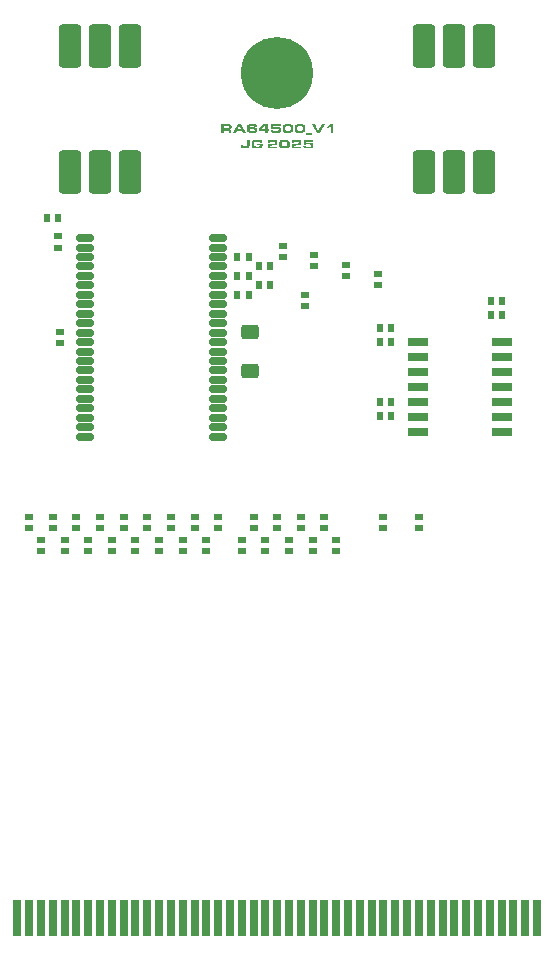
<source format=gts>
G04*
G04 #@! TF.GenerationSoftware,Altium Limited,Altium Designer,25.4.2 (15)*
G04*
G04 Layer_Color=8388736*
%FSLAX44Y44*%
%MOMM*%
G71*
G04*
G04 #@! TF.SameCoordinates,8BB3DE61-D15D-4615-A688-D497E92F8216*
G04*
G04*
G04 #@! TF.FilePolarity,Negative*
G04*
G01*
G75*
G04:AMPARAMS|DCode=19|XSize=1.2mm|YSize=1.45mm|CornerRadius=0.1875mm|HoleSize=0mm|Usage=FLASHONLY|Rotation=90.000|XOffset=0mm|YOffset=0mm|HoleType=Round|Shape=RoundedRectangle|*
%AMROUNDEDRECTD19*
21,1,1.2000,1.0750,0,0,90.0*
21,1,0.8250,1.4500,0,0,90.0*
1,1,0.3750,0.5375,0.4125*
1,1,0.3750,0.5375,-0.4125*
1,1,0.3750,-0.5375,-0.4125*
1,1,0.3750,-0.5375,0.4125*
%
%ADD19ROUNDEDRECTD19*%
G04:AMPARAMS|DCode=20|XSize=0.7mm|YSize=0.55mm|CornerRadius=0.1063mm|HoleSize=0mm|Usage=FLASHONLY|Rotation=90.000|XOffset=0mm|YOffset=0mm|HoleType=Round|Shape=RoundedRectangle|*
%AMROUNDEDRECTD20*
21,1,0.7000,0.3375,0,0,90.0*
21,1,0.4875,0.5500,0,0,90.0*
1,1,0.2125,0.1688,0.2438*
1,1,0.2125,0.1688,-0.2438*
1,1,0.2125,-0.1688,-0.2438*
1,1,0.2125,-0.1688,0.2438*
%
%ADD20ROUNDEDRECTD20*%
G04:AMPARAMS|DCode=21|XSize=0.7mm|YSize=0.55mm|CornerRadius=0.1063mm|HoleSize=0mm|Usage=FLASHONLY|Rotation=180.000|XOffset=0mm|YOffset=0mm|HoleType=Round|Shape=RoundedRectangle|*
%AMROUNDEDRECTD21*
21,1,0.7000,0.3375,0,0,180.0*
21,1,0.4875,0.5500,0,0,180.0*
1,1,0.2125,-0.2438,0.1688*
1,1,0.2125,0.2438,0.1688*
1,1,0.2125,0.2438,-0.1688*
1,1,0.2125,-0.2438,-0.1688*
%
%ADD21ROUNDEDRECTD21*%
G04:AMPARAMS|DCode=22|XSize=0.75mm|YSize=1.75mm|CornerRadius=0.1313mm|HoleSize=0mm|Usage=FLASHONLY|Rotation=90.000|XOffset=0mm|YOffset=0mm|HoleType=Round|Shape=RoundedRectangle|*
%AMROUNDEDRECTD22*
21,1,0.7500,1.4875,0,0,90.0*
21,1,0.4875,1.7500,0,0,90.0*
1,1,0.2625,0.7438,0.2438*
1,1,0.2625,0.7438,-0.2438*
1,1,0.2625,-0.7438,-0.2438*
1,1,0.2625,-0.7438,0.2438*
%
%ADD22ROUNDEDRECTD22*%
%ADD23R,0.7000X3.1500*%
G04:AMPARAMS|DCode=24|XSize=1.46mm|YSize=0.61mm|CornerRadius=0.1138mm|HoleSize=0mm|Usage=FLASHONLY|Rotation=0.000|XOffset=0mm|YOffset=0mm|HoleType=Round|Shape=RoundedRectangle|*
%AMROUNDEDRECTD24*
21,1,1.4600,0.3825,0,0,0.0*
21,1,1.2325,0.6100,0,0,0.0*
1,1,0.2275,0.6163,-0.1913*
1,1,0.2275,-0.6163,-0.1913*
1,1,0.2275,-0.6163,0.1913*
1,1,0.2275,0.6163,0.1913*
%
%ADD24ROUNDEDRECTD24*%
G04:AMPARAMS|DCode=25|XSize=1.878mm|YSize=3.656mm|CornerRadius=0.2723mm|HoleSize=0mm|Usage=FLASHONLY|Rotation=0.000|XOffset=0mm|YOffset=0mm|HoleType=Round|Shape=RoundedRectangle|*
%AMROUNDEDRECTD25*
21,1,1.8780,3.1115,0,0,0.0*
21,1,1.3335,3.6560,0,0,0.0*
1,1,0.5445,0.6668,-1.5558*
1,1,0.5445,-0.6668,-1.5558*
1,1,0.5445,-0.6668,1.5558*
1,1,0.5445,0.6668,1.5558*
%
%ADD25ROUNDEDRECTD25*%
%ADD26C,6.1000*%
G36*
X212400Y673580D02*
X212494D01*
X212533Y673574D01*
X212627D01*
X212743Y673563D01*
X212876Y673552D01*
X213020Y673541D01*
X213181Y673519D01*
X213341Y673491D01*
X213513Y673464D01*
X213679Y673419D01*
X213851Y673375D01*
X214011Y673320D01*
X214166Y673253D01*
X214305Y673181D01*
X214432Y673093D01*
X214438Y673087D01*
X214460Y673070D01*
X214493Y673037D01*
X214532Y672999D01*
X214582Y672937D01*
X214632Y672866D01*
X214692Y672783D01*
X214753Y672677D01*
X214809Y672561D01*
X214870Y672428D01*
X214919Y672273D01*
X214969Y672107D01*
X215008Y671919D01*
X215041Y671708D01*
X215063Y671481D01*
X215069Y671232D01*
Y671110D01*
X212959D01*
Y671116D01*
Y671121D01*
Y671155D01*
X212954Y671199D01*
X212948Y671260D01*
X212943Y671326D01*
X212926Y671398D01*
X212910Y671470D01*
X212882Y671537D01*
X212876Y671542D01*
X212865Y671564D01*
X212849Y671598D01*
X212821Y671636D01*
X212782Y671681D01*
X212732Y671719D01*
X212677Y671758D01*
X212605Y671791D01*
X212594Y671797D01*
X212572Y671802D01*
X212533Y671819D01*
X212483Y671830D01*
X212422Y671847D01*
X212356Y671863D01*
X212289Y671874D01*
X212217Y671886D01*
X212206D01*
X212184Y671891D01*
X212140D01*
X212084Y671897D01*
X212007D01*
X211913Y671902D01*
X211680D01*
X209188Y671908D01*
X209116D01*
X209067Y671902D01*
X209006Y671897D01*
X208934Y671886D01*
X208856Y671874D01*
X208779Y671863D01*
X208613Y671819D01*
X208535Y671786D01*
X208458Y671753D01*
X208386Y671708D01*
X208319Y671658D01*
X208264Y671603D01*
X208220Y671537D01*
Y671531D01*
X208208Y671520D01*
X208203Y671498D01*
X208186Y671465D01*
X208175Y671426D01*
X208159Y671376D01*
X208136Y671315D01*
X208120Y671243D01*
X208103Y671160D01*
X208081Y671071D01*
X208064Y670966D01*
X208053Y670856D01*
X208037Y670728D01*
X208031Y670595D01*
X208020Y670451D01*
Y670291D01*
Y669632D01*
Y669626D01*
Y669599D01*
Y669560D01*
X208026Y669510D01*
Y669449D01*
X208031Y669383D01*
X208037Y669305D01*
X208048Y669222D01*
X208070Y669045D01*
X208103Y668868D01*
X208125Y668779D01*
X208153Y668696D01*
X208186Y668618D01*
X208220Y668547D01*
Y668541D01*
X208230Y668530D01*
X208242Y668513D01*
X208258Y668491D01*
X208302Y668430D01*
X208363Y668364D01*
X208447Y668292D01*
X208546Y668225D01*
X208657Y668176D01*
X208723Y668153D01*
X208790Y668142D01*
X208806D01*
X208829Y668137D01*
X208851D01*
X208884Y668131D01*
X208917Y668126D01*
X209006Y668115D01*
X209094Y668104D01*
X209194Y668098D01*
X209283Y668087D01*
X209366Y668081D01*
X209504D01*
X209582Y668076D01*
X209875D01*
X211796Y668065D01*
X211846D01*
X211885Y668070D01*
X211929D01*
X211985Y668076D01*
X212046Y668081D01*
X212107Y668087D01*
X212245Y668109D01*
X212383Y668142D01*
X212522Y668181D01*
X212649Y668242D01*
X212655D01*
X212660Y668253D01*
X212677Y668264D01*
X212699Y668281D01*
X212749Y668325D01*
X212777Y668358D01*
X212810Y668397D01*
X212838Y668436D01*
X212865Y668486D01*
X212893Y668541D01*
X212915Y668602D01*
X212937Y668674D01*
X212954Y668746D01*
X212959Y668829D01*
X212965Y668917D01*
X212959Y669122D01*
X210229D01*
Y670451D01*
X215080D01*
X215086Y668962D01*
Y668956D01*
Y668945D01*
Y668929D01*
Y668906D01*
Y668873D01*
X215080Y668840D01*
Y668746D01*
X215075Y668641D01*
X215063Y668513D01*
X215047Y668375D01*
X215030Y668231D01*
X215002Y668076D01*
X214975Y667915D01*
X214936Y667755D01*
X214892Y667594D01*
X214842Y667439D01*
X214781Y667290D01*
X214709Y667151D01*
X214632Y667024D01*
X214626Y667018D01*
X214609Y666996D01*
X214582Y666968D01*
X214543Y666924D01*
X214488Y666880D01*
X214421Y666824D01*
X214338Y666769D01*
X214244Y666714D01*
X214133Y666653D01*
X214006Y666597D01*
X213862Y666542D01*
X213707Y666498D01*
X213524Y666453D01*
X213330Y666426D01*
X213114Y666404D01*
X212882Y666398D01*
X211752Y666387D01*
X210468Y666398D01*
X209355Y666409D01*
X209155D01*
X209050Y666415D01*
X208934Y666420D01*
X208801D01*
X208657Y666431D01*
X208502Y666437D01*
X208347Y666448D01*
X208026Y666476D01*
X207865Y666498D01*
X207705Y666514D01*
X207555Y666542D01*
X207417Y666570D01*
X207411D01*
X207383Y666581D01*
X207350Y666586D01*
X207300Y666603D01*
X207239Y666625D01*
X207167Y666653D01*
X207090Y666686D01*
X207007Y666725D01*
X206918Y666769D01*
X206824Y666819D01*
X206730Y666880D01*
X206636Y666946D01*
X206542Y667018D01*
X206453Y667101D01*
X206364Y667196D01*
X206282Y667295D01*
X206276Y667301D01*
X206265Y667323D01*
X206243Y667356D01*
X206215Y667400D01*
X206182Y667461D01*
X206149Y667533D01*
X206110Y667622D01*
X206071Y667721D01*
X206032Y667838D01*
X205993Y667965D01*
X205960Y668104D01*
X205927Y668259D01*
X205899Y668430D01*
X205877Y668613D01*
X205866Y668807D01*
X205861Y669017D01*
X205844Y669909D01*
Y669914D01*
Y669931D01*
Y669958D01*
Y669997D01*
Y670047D01*
X205850Y670102D01*
Y670169D01*
Y670247D01*
X205855Y670324D01*
X205861Y670413D01*
X205866Y670507D01*
X205872Y670606D01*
X205888Y670817D01*
X205910Y671044D01*
X205933Y671276D01*
X205966Y671515D01*
X206010Y671753D01*
X206060Y671991D01*
X206115Y672212D01*
X206187Y672417D01*
X206226Y672517D01*
X206265Y672605D01*
X206309Y672694D01*
X206353Y672771D01*
X206359Y672783D01*
X206381Y672805D01*
X206414Y672843D01*
X206464Y672899D01*
X206531Y672954D01*
X206614Y673026D01*
X206719Y673098D01*
X206846Y673170D01*
X206913Y673209D01*
X206990Y673242D01*
X207073Y673281D01*
X207162Y673314D01*
X207256Y673353D01*
X207361Y673386D01*
X207466Y673414D01*
X207583Y673447D01*
X207699Y673469D01*
X207826Y673497D01*
X207965Y673519D01*
X208109Y673536D01*
X208258Y673547D01*
X208413Y673558D01*
X208579Y673569D01*
X208751D01*
X210362Y673602D01*
X210960Y673613D01*
X212400Y673580D01*
D02*
G37*
G36*
X204133Y669344D02*
Y669338D01*
Y669327D01*
Y669311D01*
Y669288D01*
Y669255D01*
Y669222D01*
X204128Y669134D01*
X204122Y669023D01*
X204116Y668901D01*
X204105Y668763D01*
X204094Y668613D01*
X204078Y668458D01*
X204056Y668297D01*
X204033Y668131D01*
X204000Y667971D01*
X203961Y667810D01*
X203923Y667661D01*
X203873Y667517D01*
X203817Y667384D01*
X203812Y667378D01*
X203801Y667356D01*
X203784Y667323D01*
X203757Y667279D01*
X203723Y667223D01*
X203679Y667168D01*
X203624Y667101D01*
X203563Y667035D01*
X203491Y666963D01*
X203413Y666897D01*
X203325Y666824D01*
X203225Y666764D01*
X203120Y666703D01*
X202998Y666653D01*
X202871Y666609D01*
X202732Y666575D01*
X202721D01*
X202699Y666570D01*
X202660Y666564D01*
X202605Y666553D01*
X202538Y666542D01*
X202461Y666531D01*
X202372Y666520D01*
X202278Y666503D01*
X202173Y666487D01*
X202068Y666476D01*
X201846Y666448D01*
X201619Y666426D01*
X201398Y666415D01*
X201342D01*
X201304Y666409D01*
X201193D01*
X201126Y666404D01*
X200977D01*
X200894Y666398D01*
X200711D01*
X200523Y666393D01*
X200102D01*
X199986Y666398D01*
X199853D01*
X199703Y666404D01*
X199543Y666409D01*
X199377Y666415D01*
X199205Y666426D01*
X198862Y666448D01*
X198696Y666459D01*
X198535Y666476D01*
X198385Y666498D01*
X198253Y666520D01*
X198247D01*
X198225Y666525D01*
X198186Y666536D01*
X198142Y666548D01*
X198086Y666570D01*
X198020Y666592D01*
X197948Y666625D01*
X197870Y666658D01*
X197787Y666703D01*
X197704Y666752D01*
X197616Y666808D01*
X197533Y666874D01*
X197444Y666952D01*
X197361Y667035D01*
X197283Y667123D01*
X197211Y667229D01*
X197206Y667234D01*
X197195Y667256D01*
X197178Y667290D01*
X197156Y667339D01*
X197123Y667406D01*
X197095Y667483D01*
X197062Y667578D01*
X197029Y667683D01*
X196990Y667810D01*
X196957Y667949D01*
X196929Y668104D01*
X196901Y668275D01*
X196874Y668458D01*
X196857Y668663D01*
X196846Y668884D01*
X196840Y669122D01*
X196852Y669477D01*
X198923D01*
X198911Y669006D01*
Y669001D01*
Y668984D01*
Y668956D01*
X198917Y668917D01*
X198923Y668873D01*
X198928Y668818D01*
X198956Y668707D01*
X198995Y668585D01*
X199022Y668524D01*
X199050Y668464D01*
X199089Y668408D01*
X199133Y668358D01*
X199183Y668314D01*
X199244Y668281D01*
X199249D01*
X199260Y668275D01*
X199277Y668264D01*
X199305Y668259D01*
X199338Y668242D01*
X199382Y668231D01*
X199432Y668214D01*
X199487Y668203D01*
X199554Y668187D01*
X199626Y668170D01*
X199703Y668159D01*
X199792Y668148D01*
X199886Y668137D01*
X199986Y668126D01*
X200096Y668120D01*
X200877D01*
X200921Y668126D01*
X200971D01*
X201027Y668131D01*
X201088Y668137D01*
X201226Y668153D01*
X201364Y668176D01*
X201508Y668203D01*
X201636Y668248D01*
X201641D01*
X201652Y668253D01*
X201669Y668264D01*
X201686Y668275D01*
X201741Y668314D01*
X201802Y668364D01*
X201863Y668441D01*
X201891Y668486D01*
X201918Y668536D01*
X201935Y668591D01*
X201951Y668652D01*
X201962Y668724D01*
X201968Y668796D01*
X201979Y669338D01*
Y673541D01*
X204133D01*
Y669344D01*
D02*
G37*
G36*
X257849Y672107D02*
X251803D01*
Y670662D01*
X251808Y670667D01*
X251814Y670678D01*
X251831Y670695D01*
X251847Y670712D01*
X251902Y670772D01*
X251974Y670839D01*
X252063Y670911D01*
X252163Y670983D01*
X252279Y671049D01*
X252401Y671105D01*
X252406D01*
X252417Y671110D01*
X252434Y671116D01*
X252462Y671121D01*
X252495Y671132D01*
X252534Y671143D01*
X252578Y671155D01*
X252628Y671166D01*
X252744Y671188D01*
X252882Y671210D01*
X253032Y671221D01*
X253198Y671227D01*
X253857Y671238D01*
X255086D01*
X255247Y671232D01*
X255496D01*
X255540Y671227D01*
X255596D01*
X255657Y671221D01*
X255734D01*
X255817Y671216D01*
X255906Y671204D01*
X256005Y671199D01*
X256116Y671188D01*
X256232Y671182D01*
X256360Y671166D01*
X256493Y671155D01*
X256637Y671138D01*
X256648D01*
X256670Y671132D01*
X256714Y671127D01*
X256764Y671116D01*
X256831Y671105D01*
X256903Y671088D01*
X256986Y671060D01*
X257074Y671033D01*
X257168Y671000D01*
X257262Y670961D01*
X257362Y670917D01*
X257456Y670861D01*
X257545Y670800D01*
X257633Y670728D01*
X257717Y670651D01*
X257789Y670562D01*
X257794Y670556D01*
X257805Y670540D01*
X257822Y670512D01*
X257849Y670468D01*
X257877Y670418D01*
X257905Y670352D01*
X257938Y670274D01*
X257977Y670186D01*
X258010Y670080D01*
X258043Y669970D01*
X258071Y669842D01*
X258104Y669698D01*
X258126Y669549D01*
X258143Y669383D01*
X258154Y669200D01*
X258160Y669006D01*
Y669001D01*
Y668989D01*
Y668973D01*
Y668945D01*
Y668917D01*
X258154Y668879D01*
Y668835D01*
Y668785D01*
X258143Y668674D01*
X258132Y668547D01*
X258115Y668408D01*
X258093Y668253D01*
X258065Y668098D01*
X258032Y667932D01*
X257993Y667771D01*
X257943Y667611D01*
X257883Y667456D01*
X257816Y667306D01*
X257733Y667168D01*
X257645Y667046D01*
X257639Y667040D01*
X257622Y667018D01*
X257589Y666991D01*
X257545Y666952D01*
X257484Y666908D01*
X257412Y666852D01*
X257323Y666797D01*
X257224Y666741D01*
X257102Y666686D01*
X256969Y666631D01*
X256814Y666581D01*
X256648Y666531D01*
X256460Y666492D01*
X256255Y666465D01*
X256033Y666442D01*
X255790Y666437D01*
X254992Y666426D01*
X254189D01*
X252157Y666476D01*
X252069D01*
X252030Y666481D01*
X251941D01*
X251831Y666487D01*
X251709Y666498D01*
X251570Y666509D01*
X251426Y666531D01*
X251271Y666553D01*
X251116Y666581D01*
X250956Y666614D01*
X250800Y666658D01*
X250651Y666703D01*
X250513Y666764D01*
X250385Y666824D01*
X250269Y666902D01*
X250263Y666908D01*
X250247Y666924D01*
X250219Y666952D01*
X250180Y666991D01*
X250142Y667040D01*
X250092Y667107D01*
X250042Y667184D01*
X249992Y667279D01*
X249937Y667389D01*
X249887Y667517D01*
X249837Y667661D01*
X249798Y667816D01*
X249760Y667998D01*
X249732Y668192D01*
X249715Y668408D01*
X249710Y668646D01*
X251686D01*
Y668641D01*
Y668618D01*
X251692Y668591D01*
Y668552D01*
X251703Y668508D01*
X251709Y668458D01*
X251742Y668342D01*
X251764Y668281D01*
X251797Y668225D01*
X251831Y668170D01*
X251875Y668115D01*
X251925Y668070D01*
X251985Y668032D01*
X252057Y667998D01*
X252135Y667976D01*
X252141D01*
X252157Y667971D01*
X252179D01*
X252213Y667965D01*
X252251Y667960D01*
X252301Y667954D01*
X252351Y667943D01*
X252412Y667937D01*
X252545Y667921D01*
X252694Y667910D01*
X252849Y667904D01*
X253010Y667899D01*
X254040Y667882D01*
X254942Y667888D01*
X255009D01*
X255053Y667893D01*
X255109D01*
X255169Y667899D01*
X255236Y667904D01*
X255313Y667910D01*
X255468Y667932D01*
X255623Y667965D01*
X255695Y667982D01*
X255767Y668004D01*
X255828Y668032D01*
X255884Y668065D01*
X255889D01*
X255895Y668076D01*
X255911Y668087D01*
X255928Y668104D01*
X255945Y668126D01*
X255972Y668153D01*
X255994Y668187D01*
X256022Y668231D01*
X256044Y668275D01*
X256072Y668336D01*
X256094Y668397D01*
X256111Y668469D01*
X256133Y668552D01*
X256144Y668641D01*
X256150Y668735D01*
X256155Y668846D01*
Y668851D01*
Y668868D01*
Y668895D01*
X256150Y668934D01*
Y668978D01*
X256144Y669028D01*
X256127Y669145D01*
X256100Y669272D01*
X256061Y669394D01*
X256005Y669510D01*
X255972Y669560D01*
X255933Y669604D01*
X255922Y669615D01*
X255911Y669626D01*
X255889Y669637D01*
X255867Y669654D01*
X255834Y669676D01*
X255801Y669693D01*
X255756Y669715D01*
X255707Y669737D01*
X255651Y669754D01*
X255590Y669776D01*
X255518Y669792D01*
X255441Y669803D01*
X255358Y669815D01*
X255264Y669826D01*
X255164D01*
X254007Y669848D01*
X252689D01*
X252628Y669842D01*
X252556D01*
X252489Y669837D01*
X252423Y669831D01*
X252417D01*
X252395Y669826D01*
X252362Y669820D01*
X252318Y669815D01*
X252262Y669803D01*
X252201Y669787D01*
X252129Y669765D01*
X252052Y669743D01*
X252041Y669737D01*
X252019Y669726D01*
X251985Y669704D01*
X251941Y669676D01*
X251897Y669626D01*
X251858Y669565D01*
X251825Y669488D01*
X251803Y669388D01*
X249987D01*
X250081Y673541D01*
X257849D01*
Y672107D01*
D02*
G37*
G36*
X245823Y673547D02*
X245900D01*
X245933Y673541D01*
X246016D01*
X246110Y673530D01*
X246227Y673524D01*
X246349Y673508D01*
X246476Y673491D01*
X246614Y673464D01*
X246753Y673436D01*
X246891Y673397D01*
X247024Y673353D01*
X247157Y673298D01*
X247279Y673237D01*
X247390Y673165D01*
X247484Y673082D01*
X247489Y673076D01*
X247506Y673059D01*
X247528Y673032D01*
X247556Y672993D01*
X247595Y672937D01*
X247633Y672871D01*
X247678Y672794D01*
X247722Y672705D01*
X247766Y672600D01*
X247810Y672478D01*
X247849Y672345D01*
X247888Y672196D01*
X247916Y672029D01*
X247938Y671847D01*
X247954Y671653D01*
X247960Y671437D01*
Y671431D01*
Y671420D01*
Y671404D01*
Y671376D01*
Y671348D01*
X247954Y671310D01*
Y671216D01*
X247943Y671110D01*
X247938Y670983D01*
X247921Y670844D01*
X247905Y670695D01*
X247877Y670546D01*
X247849Y670390D01*
X247810Y670230D01*
X247766Y670080D01*
X247716Y669936D01*
X247650Y669798D01*
X247583Y669676D01*
X247500Y669571D01*
X247495Y669565D01*
X247478Y669549D01*
X247451Y669527D01*
X247406Y669493D01*
X247356Y669455D01*
X247284Y669410D01*
X247207Y669366D01*
X247107Y669316D01*
X246996Y669266D01*
X246864Y669222D01*
X246720Y669178D01*
X246559Y669139D01*
X246376Y669111D01*
X246177Y669084D01*
X245956Y669067D01*
X245717Y669062D01*
X243968Y668940D01*
X242484Y668835D01*
X242412D01*
X242379Y668829D01*
X242340D01*
X242240Y668823D01*
X242135Y668807D01*
X242030Y668790D01*
X241924Y668763D01*
X241830Y668729D01*
X241819Y668724D01*
X241797Y668707D01*
X241758Y668674D01*
X241719Y668624D01*
X241697Y668591D01*
X241675Y668552D01*
X241659Y668508D01*
X241637Y668464D01*
X241625Y668403D01*
X241614Y668342D01*
X241603Y668275D01*
Y668198D01*
Y667893D01*
X247960D01*
Y666459D01*
X239660D01*
Y668259D01*
Y668264D01*
Y668270D01*
Y668303D01*
Y668353D01*
X239665Y668414D01*
X239671Y668497D01*
X239676Y668585D01*
X239687Y668685D01*
X239704Y668796D01*
X239748Y669023D01*
X239776Y669139D01*
X239809Y669255D01*
X239848Y669372D01*
X239898Y669477D01*
X239953Y669576D01*
X240014Y669665D01*
X240020Y669671D01*
X240031Y669687D01*
X240053Y669709D01*
X240086Y669737D01*
X240125Y669776D01*
X240175Y669815D01*
X240236Y669859D01*
X240308Y669909D01*
X240391Y669958D01*
X240485Y670008D01*
X240590Y670053D01*
X240706Y670102D01*
X240839Y670147D01*
X240977Y670186D01*
X241138Y670219D01*
X241304Y670247D01*
X245020Y670546D01*
X245042D01*
X245070Y670551D01*
X245103Y670556D01*
X245142Y670562D01*
X245191Y670568D01*
X245297Y670590D01*
X245413Y670612D01*
X245529Y670645D01*
X245640Y670684D01*
X245690Y670712D01*
X245734Y670734D01*
X245745Y670739D01*
X245767Y670761D01*
X245800Y670800D01*
X245845Y670850D01*
X245884Y670922D01*
X245917Y671016D01*
X245928Y671071D01*
X245939Y671132D01*
X245950Y671193D01*
Y671265D01*
X245944Y671409D01*
Y671415D01*
Y671426D01*
Y671448D01*
X245939Y671476D01*
Y671509D01*
X245933Y671548D01*
X245922Y671636D01*
X245895Y671730D01*
X245861Y671819D01*
X245812Y671902D01*
X245778Y671941D01*
X245745Y671969D01*
X245734Y671974D01*
X245723Y671980D01*
X245706Y671991D01*
X245684Y672002D01*
X245651Y672013D01*
X245618Y672029D01*
X245573Y672040D01*
X245524Y672052D01*
X245468Y672068D01*
X245407Y672079D01*
X245335Y672090D01*
X245252Y672101D01*
X245169Y672107D01*
X245070Y672113D01*
X243862D01*
X242611Y672090D01*
X242561D01*
X242506Y672085D01*
X242434Y672079D01*
X242351Y672074D01*
X242268Y672063D01*
X242179Y672040D01*
X242090Y672018D01*
X242079Y672013D01*
X242057Y672007D01*
X242019Y671991D01*
X241969Y671969D01*
X241919Y671935D01*
X241863Y671902D01*
X241814Y671852D01*
X241769Y671802D01*
X241764Y671797D01*
X241753Y671775D01*
X241736Y671747D01*
X241714Y671708D01*
X241692Y671664D01*
X241670Y671620D01*
X241647Y671564D01*
X241637Y671515D01*
Y671509D01*
X241631Y671492D01*
Y671465D01*
X241625Y671426D01*
X241620Y671382D01*
Y671326D01*
X241614Y671265D01*
Y671199D01*
Y670961D01*
X239660D01*
X239649Y671454D01*
Y671459D01*
Y671470D01*
Y671487D01*
Y671515D01*
Y671548D01*
X239654Y671587D01*
X239660Y671675D01*
X239665Y671786D01*
X239676Y671913D01*
X239693Y672046D01*
X239721Y672190D01*
X239748Y672339D01*
X239787Y672489D01*
X239831Y672633D01*
X239887Y672771D01*
X239948Y672899D01*
X240025Y673009D01*
X240108Y673104D01*
X240158Y673148D01*
X240208Y673181D01*
X240213Y673187D01*
X240236Y673198D01*
X240269Y673214D01*
X240319Y673237D01*
X240385Y673259D01*
X240463Y673292D01*
X240562Y673320D01*
X240679Y673353D01*
X240806Y673386D01*
X240955Y673414D01*
X241122Y673447D01*
X241310Y673469D01*
X241515Y673491D01*
X241742Y673508D01*
X241991Y673519D01*
X242257Y673524D01*
X244638Y673569D01*
X245823Y673547D01*
D02*
G37*
G36*
X225590D02*
X225667D01*
X225700Y673541D01*
X225784D01*
X225878Y673530D01*
X225994Y673524D01*
X226116Y673508D01*
X226243Y673491D01*
X226381Y673464D01*
X226520Y673436D01*
X226658Y673397D01*
X226791Y673353D01*
X226924Y673298D01*
X227046Y673237D01*
X227157Y673165D01*
X227251Y673082D01*
X227256Y673076D01*
X227273Y673059D01*
X227295Y673032D01*
X227323Y672993D01*
X227362Y672937D01*
X227400Y672871D01*
X227445Y672794D01*
X227489Y672705D01*
X227533Y672600D01*
X227577Y672478D01*
X227616Y672345D01*
X227655Y672196D01*
X227683Y672029D01*
X227705Y671847D01*
X227722Y671653D01*
X227727Y671437D01*
Y671431D01*
Y671420D01*
Y671404D01*
Y671376D01*
Y671348D01*
X227722Y671310D01*
Y671216D01*
X227710Y671110D01*
X227705Y670983D01*
X227688Y670844D01*
X227672Y670695D01*
X227644Y670546D01*
X227616Y670390D01*
X227577Y670230D01*
X227533Y670080D01*
X227483Y669936D01*
X227417Y669798D01*
X227351Y669676D01*
X227267Y669571D01*
X227262Y669565D01*
X227245Y669549D01*
X227218Y669527D01*
X227173Y669493D01*
X227124Y669455D01*
X227052Y669410D01*
X226974Y669366D01*
X226874Y669316D01*
X226764Y669266D01*
X226631Y669222D01*
X226487Y669178D01*
X226326Y669139D01*
X226143Y669111D01*
X225944Y669084D01*
X225723Y669067D01*
X225485Y669062D01*
X223735Y668940D01*
X222251Y668835D01*
X222179D01*
X222146Y668829D01*
X222107D01*
X222007Y668823D01*
X221902Y668807D01*
X221797Y668790D01*
X221691Y668763D01*
X221597Y668729D01*
X221586Y668724D01*
X221564Y668707D01*
X221525Y668674D01*
X221487Y668624D01*
X221465Y668591D01*
X221442Y668552D01*
X221426Y668508D01*
X221404Y668464D01*
X221392Y668403D01*
X221381Y668342D01*
X221370Y668275D01*
Y668198D01*
Y667893D01*
X227727D01*
Y666459D01*
X219427D01*
Y668259D01*
Y668264D01*
Y668270D01*
Y668303D01*
Y668353D01*
X219432Y668414D01*
X219438Y668497D01*
X219443Y668585D01*
X219454Y668685D01*
X219471Y668796D01*
X219515Y669023D01*
X219543Y669139D01*
X219576Y669255D01*
X219615Y669372D01*
X219665Y669477D01*
X219720Y669576D01*
X219781Y669665D01*
X219787Y669671D01*
X219798Y669687D01*
X219820Y669709D01*
X219853Y669737D01*
X219892Y669776D01*
X219942Y669815D01*
X220003Y669859D01*
X220075Y669909D01*
X220158Y669958D01*
X220252Y670008D01*
X220357Y670053D01*
X220473Y670102D01*
X220606Y670147D01*
X220745Y670186D01*
X220905Y670219D01*
X221071Y670247D01*
X224787Y670546D01*
X224809D01*
X224837Y670551D01*
X224870Y670556D01*
X224909Y670562D01*
X224958Y670568D01*
X225064Y670590D01*
X225180Y670612D01*
X225296Y670645D01*
X225407Y670684D01*
X225457Y670712D01*
X225501Y670734D01*
X225512Y670739D01*
X225534Y670761D01*
X225567Y670800D01*
X225612Y670850D01*
X225651Y670922D01*
X225684Y671016D01*
X225695Y671071D01*
X225706Y671132D01*
X225717Y671193D01*
Y671265D01*
X225711Y671409D01*
Y671415D01*
Y671426D01*
Y671448D01*
X225706Y671476D01*
Y671509D01*
X225700Y671548D01*
X225689Y671636D01*
X225662Y671730D01*
X225628Y671819D01*
X225579Y671902D01*
X225545Y671941D01*
X225512Y671969D01*
X225501Y671974D01*
X225490Y671980D01*
X225473Y671991D01*
X225451Y672002D01*
X225418Y672013D01*
X225385Y672029D01*
X225340Y672040D01*
X225291Y672052D01*
X225235Y672068D01*
X225174Y672079D01*
X225102Y672090D01*
X225019Y672101D01*
X224936Y672107D01*
X224837Y672113D01*
X223629D01*
X222378Y672090D01*
X222328D01*
X222273Y672085D01*
X222201Y672079D01*
X222118Y672074D01*
X222035Y672063D01*
X221946Y672040D01*
X221858Y672018D01*
X221847Y672013D01*
X221824Y672007D01*
X221786Y671991D01*
X221736Y671969D01*
X221686Y671935D01*
X221631Y671902D01*
X221581Y671852D01*
X221536Y671802D01*
X221531Y671797D01*
X221520Y671775D01*
X221503Y671747D01*
X221481Y671708D01*
X221459Y671664D01*
X221437Y671620D01*
X221415Y671564D01*
X221404Y671515D01*
Y671509D01*
X221398Y671492D01*
Y671465D01*
X221392Y671426D01*
X221387Y671382D01*
Y671326D01*
X221381Y671265D01*
Y671199D01*
Y670961D01*
X219427D01*
X219416Y671454D01*
Y671459D01*
Y671470D01*
Y671487D01*
Y671515D01*
Y671548D01*
X219421Y671587D01*
X219427Y671675D01*
X219432Y671786D01*
X219443Y671913D01*
X219460Y672046D01*
X219488Y672190D01*
X219515Y672339D01*
X219554Y672489D01*
X219598Y672633D01*
X219654Y672771D01*
X219715Y672899D01*
X219792Y673009D01*
X219875Y673104D01*
X219925Y673148D01*
X219975Y673181D01*
X219981Y673187D01*
X220003Y673198D01*
X220036Y673214D01*
X220086Y673237D01*
X220152Y673259D01*
X220230Y673292D01*
X220329Y673320D01*
X220446Y673353D01*
X220573Y673386D01*
X220723Y673414D01*
X220889Y673447D01*
X221077Y673469D01*
X221282Y673491D01*
X221509Y673508D01*
X221758Y673519D01*
X222024Y673524D01*
X224405Y673569D01*
X225590Y673547D01*
D02*
G37*
G36*
X234997Y673569D02*
X235141D01*
X235269Y673563D01*
X235330D01*
X235379Y673558D01*
X235407D01*
X235429Y673552D01*
X235490D01*
X235534Y673547D01*
X235579Y673541D01*
X235634Y673536D01*
X235695Y673530D01*
X235762Y673524D01*
X235839Y673513D01*
X235922Y673502D01*
X236011Y673491D01*
X236110Y673480D01*
X236216Y673464D01*
X236221D01*
X236243Y673458D01*
X236271Y673453D01*
X236315Y673447D01*
X236365Y673436D01*
X236426Y673425D01*
X236492Y673408D01*
X236564Y673392D01*
X236725Y673342D01*
X236897Y673281D01*
X237074Y673203D01*
X237246Y673109D01*
X237251Y673104D01*
X237268Y673098D01*
X237290Y673082D01*
X237318Y673059D01*
X237356Y673032D01*
X237395Y672999D01*
X237439Y672954D01*
X237489Y672910D01*
X237539Y672860D01*
X237589Y672805D01*
X237683Y672677D01*
X237771Y672528D01*
X237810Y672445D01*
X237838Y672356D01*
Y672351D01*
X237843Y672334D01*
X237855Y672312D01*
X237860Y672273D01*
X237877Y672229D01*
X237888Y672179D01*
X237904Y672124D01*
X237921Y672057D01*
X237938Y671985D01*
X237954Y671908D01*
X237987Y671747D01*
X238021Y671564D01*
X238048Y671382D01*
Y671376D01*
X238054Y671359D01*
Y671332D01*
X238059Y671293D01*
X238065Y671243D01*
X238071Y671182D01*
X238076Y671110D01*
X238082Y671027D01*
X238087Y670933D01*
X238093Y670833D01*
Y670723D01*
X238098Y670601D01*
X238104Y670468D01*
X238109Y670330D01*
Y670180D01*
Y670019D01*
Y670014D01*
Y670003D01*
Y669981D01*
Y669953D01*
Y669914D01*
Y669870D01*
Y669820D01*
Y669765D01*
X238104Y669704D01*
Y669637D01*
Y669493D01*
X238098Y669333D01*
X238087Y669161D01*
X238082Y668978D01*
X238071Y668796D01*
X238059Y668607D01*
X238043Y668425D01*
X238021Y668248D01*
X238004Y668081D01*
X237976Y667926D01*
X237949Y667788D01*
Y667782D01*
X237943Y667760D01*
X237932Y667721D01*
X237915Y667677D01*
X237893Y667622D01*
X237866Y667555D01*
X237827Y667483D01*
X237788Y667406D01*
X237738Y667328D01*
X237677Y667245D01*
X237611Y667162D01*
X237533Y667074D01*
X237450Y666996D01*
X237356Y666913D01*
X237246Y666841D01*
X237129Y666775D01*
X237124Y666769D01*
X237096Y666758D01*
X237057Y666741D01*
X237002Y666725D01*
X236930Y666697D01*
X236841Y666669D01*
X236736Y666636D01*
X236614Y666609D01*
X236470Y666575D01*
X236315Y666542D01*
X236138Y666514D01*
X235944Y666492D01*
X235728Y666470D01*
X235496Y666453D01*
X235247Y666442D01*
X234975Y666437D01*
X232744Y666415D01*
X232600D01*
X232544Y666420D01*
X232478D01*
X232400Y666426D01*
X232317D01*
X232229Y666431D01*
X232135Y666437D01*
X232035Y666442D01*
X231825Y666465D01*
X231597Y666487D01*
X231365Y666514D01*
X231127Y666553D01*
X230894Y666603D01*
X230667Y666653D01*
X230457Y666719D01*
X230357Y666758D01*
X230263Y666797D01*
X230175Y666841D01*
X230091Y666885D01*
X230014Y666935D01*
X229947Y666985D01*
X229942Y666991D01*
X229920Y667013D01*
X229886Y667051D01*
X229842Y667107D01*
X229792Y667184D01*
X229737Y667279D01*
X229704Y667334D01*
X229676Y667395D01*
X229643Y667461D01*
X229615Y667533D01*
X229582Y667611D01*
X229549Y667694D01*
X229521Y667788D01*
X229488Y667882D01*
X229460Y667987D01*
X229433Y668098D01*
X229405Y668214D01*
X229383Y668342D01*
X229361Y668475D01*
X229338Y668618D01*
X229322Y668763D01*
X229305Y668917D01*
X229294Y669084D01*
X229283Y669255D01*
X229277Y669438D01*
Y669626D01*
Y670019D01*
Y670025D01*
Y670042D01*
Y670075D01*
Y670114D01*
Y670163D01*
X229283Y670219D01*
Y670285D01*
X229289Y670363D01*
Y670446D01*
X229294Y670534D01*
X229300Y670629D01*
X229305Y670728D01*
X229322Y670939D01*
X229344Y671166D01*
X229372Y671398D01*
X229410Y671636D01*
X229455Y671874D01*
X229505Y672101D01*
X229571Y672317D01*
X229604Y672417D01*
X229643Y672517D01*
X229682Y672605D01*
X229726Y672688D01*
X229770Y672766D01*
X229820Y672838D01*
X229826Y672843D01*
X229848Y672871D01*
X229886Y672904D01*
X229936Y672949D01*
X230008Y673004D01*
X230097Y673065D01*
X230208Y673126D01*
X230274Y673159D01*
X230341Y673192D01*
X230418Y673225D01*
X230496Y673259D01*
X230584Y673292D01*
X230678Y673325D01*
X230778Y673353D01*
X230883Y673381D01*
X230994Y673408D01*
X231116Y673436D01*
X231243Y673458D01*
X231376Y673480D01*
X231520Y673502D01*
X231670Y673519D01*
X231825Y673530D01*
X231991Y673541D01*
X232162Y673547D01*
X232345D01*
X233702Y673569D01*
X234527Y673574D01*
X234859D01*
X234997Y673569D01*
D02*
G37*
G36*
X206921Y686891D02*
X207281D01*
X207519Y686886D01*
X207624D01*
X207729Y686880D01*
X207785D01*
X207824Y686874D01*
X207873D01*
X207934Y686869D01*
X208001Y686863D01*
X208084Y686858D01*
X208167Y686852D01*
X208261Y686847D01*
X208366Y686836D01*
X208477Y686825D01*
X208588Y686814D01*
X208710Y686802D01*
X208970Y686769D01*
X208981D01*
X209003Y686764D01*
X209036Y686758D01*
X209086Y686747D01*
X209147Y686736D01*
X209213Y686719D01*
X209285Y686692D01*
X209363Y686669D01*
X209446Y686636D01*
X209529Y686598D01*
X209612Y686548D01*
X209695Y686498D01*
X209773Y686437D01*
X209845Y686370D01*
X209911Y686299D01*
X209967Y686216D01*
X209972Y686210D01*
X209977Y686193D01*
X209994Y686166D01*
X210011Y686127D01*
X210033Y686083D01*
X210055Y686022D01*
X210077Y685955D01*
X210105Y685872D01*
X210133Y685784D01*
X210155Y685684D01*
X210177Y685573D01*
X210199Y685457D01*
X210216Y685330D01*
X210232Y685186D01*
X210238Y685042D01*
X210243Y684881D01*
X208289D01*
Y684887D01*
Y684898D01*
X208283Y684914D01*
X208278Y684936D01*
X208256Y684992D01*
X208228Y685058D01*
X208183Y685136D01*
X208123Y685208D01*
X208045Y685269D01*
X207945Y685319D01*
X207940D01*
X207934Y685324D01*
X207918Y685330D01*
X207896Y685335D01*
X207868Y685346D01*
X207835Y685352D01*
X207752Y685374D01*
X207646Y685396D01*
X207530Y685413D01*
X207392Y685424D01*
X207242Y685429D01*
X206616Y685440D01*
X205382Y685418D01*
X205221D01*
X205116Y685413D01*
X205005Y685407D01*
X204889Y685402D01*
X204778Y685390D01*
X204723Y685385D01*
X204678Y685379D01*
X204667D01*
X204640Y685368D01*
X204595Y685357D01*
X204545Y685335D01*
X204485Y685307D01*
X204424Y685269D01*
X204357Y685219D01*
X204302Y685158D01*
X204296Y685152D01*
X204280Y685125D01*
X204252Y685091D01*
X204224Y685047D01*
X204197Y684986D01*
X204163Y684925D01*
X204136Y684853D01*
X204119Y684781D01*
Y684770D01*
X204114Y684748D01*
X204108Y684709D01*
X204103Y684654D01*
X204097Y684588D01*
X204091Y684510D01*
X204086Y684427D01*
Y684333D01*
Y684078D01*
Y683452D01*
X204091Y683458D01*
X204097Y683475D01*
X204114Y683502D01*
X204130Y683536D01*
X204158Y683574D01*
X204191Y683624D01*
X204224Y683674D01*
X204269Y683729D01*
X204319Y683779D01*
X204374Y683835D01*
X204435Y683890D01*
X204501Y683945D01*
X204573Y683989D01*
X204651Y684034D01*
X204734Y684073D01*
X204822Y684100D01*
X204828D01*
X204844Y684106D01*
X204872Y684111D01*
X204911Y684122D01*
X204961Y684134D01*
X205022Y684145D01*
X205088Y684156D01*
X205171Y684167D01*
X205260Y684178D01*
X205359Y684189D01*
X205465Y684200D01*
X205581Y684211D01*
X205703Y684222D01*
X205836Y684228D01*
X205974Y684233D01*
X206124D01*
X207602Y684239D01*
X207768D01*
X207835Y684233D01*
X207995D01*
X208084Y684228D01*
X208172Y684222D01*
X208366Y684211D01*
X208566Y684194D01*
X208759Y684172D01*
X208765D01*
X208782Y684167D01*
X208809D01*
X208842Y684161D01*
X208887Y684150D01*
X208942Y684145D01*
X208997Y684134D01*
X209064Y684117D01*
X209208Y684084D01*
X209363Y684039D01*
X209529Y683984D01*
X209690Y683918D01*
X209695D01*
X209706Y683906D01*
X209728Y683895D01*
X209756Y683879D01*
X209795Y683862D01*
X209834Y683835D01*
X209922Y683763D01*
X209967Y683724D01*
X210016Y683674D01*
X210061Y683618D01*
X210110Y683558D01*
X210149Y683497D01*
X210188Y683425D01*
X210227Y683342D01*
X210254Y683259D01*
Y683253D01*
X210260Y683236D01*
X210266Y683209D01*
X210277Y683176D01*
X210288Y683131D01*
X210299Y683076D01*
X210310Y683015D01*
X210326Y682949D01*
X210338Y682871D01*
X210348Y682788D01*
X210360Y682699D01*
X210371Y682605D01*
X210387Y682400D01*
X210393Y682179D01*
Y682173D01*
Y682162D01*
Y682140D01*
Y682112D01*
Y682079D01*
X210387Y682040D01*
Y681991D01*
X210382Y681941D01*
X210376Y681819D01*
X210360Y681686D01*
X210343Y681537D01*
X210321Y681382D01*
X210288Y681215D01*
X210249Y681055D01*
X210205Y680889D01*
X210144Y680734D01*
X210077Y680584D01*
X210000Y680451D01*
X209911Y680335D01*
X209861Y680280D01*
X209806Y680235D01*
X209800Y680230D01*
X209778Y680213D01*
X209739Y680191D01*
X209690Y680163D01*
X209623Y680130D01*
X209540Y680091D01*
X209435Y680047D01*
X209319Y680008D01*
X209175Y679964D01*
X209020Y679920D01*
X208842Y679881D01*
X208643Y679848D01*
X208422Y679820D01*
X208305Y679803D01*
X208183Y679798D01*
X208051Y679787D01*
X207918Y679781D01*
X207774Y679776D01*
X207630D01*
X205420Y679743D01*
X205232D01*
X205133Y679748D01*
X205022D01*
X204900Y679754D01*
X204773Y679759D01*
X204634Y679765D01*
X204490Y679776D01*
X204202Y679798D01*
X204064Y679815D01*
X203925Y679831D01*
X203804Y679853D01*
X203687Y679875D01*
X203682D01*
X203660Y679881D01*
X203632Y679892D01*
X203593Y679903D01*
X203543Y679920D01*
X203482Y679936D01*
X203421Y679958D01*
X203349Y679986D01*
X203195Y680047D01*
X203028Y680125D01*
X202862Y680213D01*
X202702Y680324D01*
X202696Y680329D01*
X202685Y680340D01*
X202663Y680357D01*
X202635Y680379D01*
X202602Y680413D01*
X202569Y680451D01*
X202525Y680501D01*
X202486Y680551D01*
X202441Y680606D01*
X202397Y680673D01*
X202353Y680745D01*
X202314Y680822D01*
X202275Y680905D01*
X202236Y680994D01*
X202209Y681088D01*
X202187Y681188D01*
Y681193D01*
X202181Y681215D01*
X202176Y681243D01*
X202170Y681287D01*
X202164Y681343D01*
X202153Y681409D01*
X202142Y681487D01*
X202137Y681570D01*
X202126Y681669D01*
X202115Y681780D01*
X202104Y681897D01*
X202098Y682024D01*
X202093Y682157D01*
X202087Y682301D01*
X202082Y682456D01*
Y682616D01*
X202070Y684145D01*
Y684156D01*
Y684183D01*
Y684222D01*
Y684277D01*
Y684338D01*
Y684405D01*
Y684554D01*
Y684565D01*
Y684576D01*
Y684599D01*
Y684621D01*
X202076Y684649D01*
Y684687D01*
X202082Y684732D01*
Y684781D01*
X202087Y684842D01*
X202093Y684909D01*
X202104Y684981D01*
X202109Y685064D01*
X202120Y685152D01*
X202131Y685252D01*
X202142Y685363D01*
Y685368D01*
X202148Y685390D01*
X202153Y685424D01*
X202164Y685462D01*
X202181Y685518D01*
X202203Y685579D01*
X202225Y685645D01*
X202264Y685723D01*
X202303Y685800D01*
X202353Y685883D01*
X202414Y685972D01*
X202486Y686055D01*
X202569Y686143D01*
X202663Y686232D01*
X202768Y686315D01*
X202884Y686398D01*
X202890Y686404D01*
X202918Y686415D01*
X202951Y686437D01*
X203006Y686465D01*
X203073Y686498D01*
X203150Y686537D01*
X203244Y686575D01*
X203349Y686614D01*
X203466Y686653D01*
X203593Y686692D01*
X203732Y686730D01*
X203887Y686764D01*
X204047Y686791D01*
X204213Y686814D01*
X204396Y686825D01*
X204584Y686830D01*
X204601D01*
X204629Y686836D01*
X204656D01*
X204695Y686841D01*
X204739Y686847D01*
X204789D01*
X204844Y686852D01*
X204972Y686863D01*
X205105Y686874D01*
X205249Y686880D01*
X205393Y686886D01*
X205498D01*
X205542Y686891D01*
X205780D01*
X205930Y686897D01*
X206810D01*
X206921Y686891D01*
D02*
G37*
G36*
X263783Y679787D02*
X261036D01*
X257298Y686869D01*
X259663D01*
X262437Y681531D01*
X265344Y686869D01*
X267742D01*
X263783Y679787D01*
D02*
G37*
G36*
X230377Y685435D02*
X224330D01*
Y683989D01*
X224335Y683995D01*
X224341Y684006D01*
X224358Y684023D01*
X224374Y684039D01*
X224430Y684100D01*
X224502Y684167D01*
X224590Y684239D01*
X224690Y684311D01*
X224806Y684377D01*
X224928Y684433D01*
X224933D01*
X224945Y684438D01*
X224961Y684444D01*
X224989Y684449D01*
X225022Y684460D01*
X225061Y684471D01*
X225105Y684482D01*
X225155Y684493D01*
X225271Y684516D01*
X225410Y684538D01*
X225559Y684549D01*
X225725Y684554D01*
X226384Y684565D01*
X227614D01*
X227774Y684560D01*
X228023D01*
X228068Y684554D01*
X228123D01*
X228184Y684549D01*
X228261D01*
X228344Y684543D01*
X228433Y684532D01*
X228533Y684527D01*
X228643Y684516D01*
X228760Y684510D01*
X228887Y684493D01*
X229020Y684482D01*
X229164Y684466D01*
X229175D01*
X229197Y684460D01*
X229242Y684455D01*
X229291Y684444D01*
X229358Y684433D01*
X229430Y684416D01*
X229513Y684388D01*
X229601Y684361D01*
X229695Y684327D01*
X229790Y684288D01*
X229889Y684244D01*
X229983Y684189D01*
X230072Y684128D01*
X230161Y684056D01*
X230244Y683979D01*
X230316Y683890D01*
X230321Y683884D01*
X230332Y683868D01*
X230349Y683840D01*
X230377Y683796D01*
X230404Y683746D01*
X230432Y683680D01*
X230465Y683602D01*
X230504Y683513D01*
X230537Y683408D01*
X230570Y683297D01*
X230598Y683170D01*
X230631Y683026D01*
X230653Y682877D01*
X230670Y682710D01*
X230681Y682528D01*
X230687Y682334D01*
Y682328D01*
Y682317D01*
Y682301D01*
Y682273D01*
Y682245D01*
X230681Y682207D01*
Y682162D01*
Y682112D01*
X230670Y682002D01*
X230659Y681874D01*
X230642Y681736D01*
X230620Y681581D01*
X230592Y681426D01*
X230559Y681260D01*
X230520Y681099D01*
X230471Y680938D01*
X230410Y680783D01*
X230343Y680634D01*
X230260Y680496D01*
X230172Y680374D01*
X230166Y680368D01*
X230150Y680346D01*
X230116Y680318D01*
X230072Y680280D01*
X230011Y680235D01*
X229939Y680180D01*
X229851Y680125D01*
X229751Y680069D01*
X229629Y680014D01*
X229496Y679958D01*
X229341Y679909D01*
X229175Y679859D01*
X228987Y679820D01*
X228782Y679792D01*
X228560Y679770D01*
X228317Y679765D01*
X227519Y679754D01*
X226716D01*
X224684Y679803D01*
X224596D01*
X224557Y679809D01*
X224468D01*
X224358Y679815D01*
X224236Y679826D01*
X224097Y679837D01*
X223953Y679859D01*
X223798Y679881D01*
X223643Y679909D01*
X223483Y679942D01*
X223328Y679986D01*
X223178Y680030D01*
X223040Y680091D01*
X222912Y680152D01*
X222796Y680230D01*
X222791Y680235D01*
X222774Y680252D01*
X222746Y680280D01*
X222708Y680318D01*
X222669Y680368D01*
X222619Y680435D01*
X222569Y680512D01*
X222519Y680606D01*
X222464Y680717D01*
X222414Y680844D01*
X222364Y680988D01*
X222325Y681143D01*
X222287Y681326D01*
X222259Y681520D01*
X222242Y681736D01*
X222237Y681974D01*
X224214D01*
Y681969D01*
Y681946D01*
X224219Y681919D01*
Y681880D01*
X224230Y681836D01*
X224236Y681786D01*
X224269Y681669D01*
X224291Y681609D01*
X224324Y681553D01*
X224358Y681498D01*
X224402Y681442D01*
X224452Y681398D01*
X224513Y681359D01*
X224585Y681326D01*
X224662Y681304D01*
X224668D01*
X224684Y681299D01*
X224706D01*
X224740Y681293D01*
X224778Y681287D01*
X224828Y681282D01*
X224878Y681271D01*
X224939Y681265D01*
X225072Y681249D01*
X225221Y681238D01*
X225376Y681232D01*
X225537Y681227D01*
X226567Y681210D01*
X227470Y681215D01*
X227536D01*
X227580Y681221D01*
X227636D01*
X227697Y681227D01*
X227763Y681232D01*
X227840Y681238D01*
X227996Y681260D01*
X228151Y681293D01*
X228223Y681310D01*
X228295Y681332D01*
X228356Y681359D01*
X228411Y681393D01*
X228416D01*
X228422Y681404D01*
X228439Y681415D01*
X228455Y681431D01*
X228472Y681453D01*
X228500Y681481D01*
X228522Y681514D01*
X228549Y681559D01*
X228571Y681603D01*
X228599Y681664D01*
X228621Y681725D01*
X228638Y681797D01*
X228660Y681880D01*
X228671Y681969D01*
X228677Y682063D01*
X228682Y682173D01*
Y682179D01*
Y682196D01*
Y682223D01*
X228677Y682262D01*
Y682306D01*
X228671Y682356D01*
X228654Y682472D01*
X228627Y682600D01*
X228588Y682721D01*
X228533Y682838D01*
X228500Y682888D01*
X228461Y682932D01*
X228450Y682943D01*
X228439Y682954D01*
X228416Y682965D01*
X228394Y682982D01*
X228361Y683004D01*
X228328Y683020D01*
X228284Y683043D01*
X228234Y683065D01*
X228178Y683081D01*
X228117Y683104D01*
X228045Y683120D01*
X227968Y683131D01*
X227885Y683142D01*
X227791Y683153D01*
X227691D01*
X226534Y683176D01*
X225216D01*
X225155Y683170D01*
X225083D01*
X225017Y683165D01*
X224950Y683159D01*
X224945D01*
X224922Y683153D01*
X224889Y683148D01*
X224845Y683142D01*
X224790Y683131D01*
X224729Y683115D01*
X224657Y683092D01*
X224579Y683070D01*
X224568Y683065D01*
X224546Y683054D01*
X224513Y683032D01*
X224468Y683004D01*
X224424Y682954D01*
X224385Y682893D01*
X224352Y682816D01*
X224330Y682716D01*
X222514D01*
X222608Y686869D01*
X230377D01*
Y685435D01*
D02*
G37*
G36*
X275089Y679787D02*
X272980D01*
Y685202D01*
X270743Y683436D01*
X269453Y684881D01*
X271989Y686869D01*
X275089D01*
Y679787D01*
D02*
G37*
G36*
X219585Y682633D02*
X220731D01*
Y681199D01*
X219585D01*
Y679787D01*
X217608D01*
Y681199D01*
X211971D01*
Y683668D01*
X216511Y686869D01*
X219585D01*
Y682633D01*
D02*
G37*
G36*
X200797Y679787D02*
X198427D01*
X197757Y681071D01*
X193150D01*
X192452Y679787D01*
X190071D01*
X194025Y686869D01*
X196937D01*
X200797Y679787D01*
D02*
G37*
G36*
X186622Y686863D02*
X186710D01*
X186810Y686852D01*
X186932Y686841D01*
X187065Y686825D01*
X187203Y686808D01*
X187353Y686780D01*
X187502Y686747D01*
X187657Y686708D01*
X187807Y686658D01*
X187951Y686603D01*
X188083Y686537D01*
X188211Y686459D01*
X188321Y686370D01*
X188327Y686365D01*
X188344Y686348D01*
X188371Y686315D01*
X188410Y686276D01*
X188449Y686216D01*
X188493Y686149D01*
X188543Y686066D01*
X188598Y685966D01*
X188648Y685856D01*
X188698Y685728D01*
X188742Y685584D01*
X188787Y685429D01*
X188820Y685252D01*
X188848Y685058D01*
X188864Y684853D01*
X188870Y684626D01*
Y684621D01*
Y684604D01*
Y684582D01*
Y684549D01*
Y684504D01*
Y684460D01*
X188864Y684405D01*
Y684344D01*
X188859Y684217D01*
X188848Y684078D01*
X188831Y683940D01*
X188814Y683807D01*
Y683801D01*
Y683790D01*
X188809Y683774D01*
X188803Y683751D01*
X188787Y683685D01*
X188764Y683607D01*
X188737Y683513D01*
X188698Y683419D01*
X188654Y683319D01*
X188598Y683220D01*
X188593Y683209D01*
X188571Y683181D01*
X188538Y683137D01*
X188493Y683081D01*
X188438Y683020D01*
X188377Y682960D01*
X188305Y682899D01*
X188227Y682849D01*
X188216Y682843D01*
X188205Y682838D01*
X188183Y682827D01*
X188155Y682816D01*
X188128Y682799D01*
X188083Y682782D01*
X188039Y682760D01*
X187984Y682738D01*
X187917Y682710D01*
X187845Y682683D01*
X187768Y682655D01*
X187674Y682622D01*
X187574Y682583D01*
X187463Y682544D01*
X187341Y682506D01*
X187353D01*
X187375Y682500D01*
X187413Y682495D01*
X187463Y682483D01*
X187524Y682472D01*
X187596Y682461D01*
X187674Y682439D01*
X187757Y682422D01*
X187934Y682367D01*
X188117Y682301D01*
X188200Y682262D01*
X188283Y682223D01*
X188360Y682173D01*
X188432Y682123D01*
X188438Y682118D01*
X188449Y682112D01*
X188465Y682096D01*
X188488Y682068D01*
X188515Y682040D01*
X188543Y682002D01*
X188576Y681952D01*
X188610Y681897D01*
X188643Y681836D01*
X188676Y681764D01*
X188704Y681681D01*
X188731Y681592D01*
X188753Y681498D01*
X188770Y681387D01*
X188781Y681271D01*
X188787Y681143D01*
Y679787D01*
X186600D01*
Y680462D01*
Y680468D01*
Y680484D01*
Y680512D01*
Y680551D01*
Y680595D01*
X186594Y680645D01*
Y680700D01*
X186588Y680761D01*
X186577Y680894D01*
X186561Y681033D01*
X186539Y681171D01*
X186505Y681293D01*
Y681299D01*
X186500Y681304D01*
X186478Y681343D01*
X186461Y681365D01*
X186439Y681393D01*
X186406Y681420D01*
X186367Y681448D01*
X186317Y681476D01*
X186262Y681503D01*
X186195Y681531D01*
X186112Y681553D01*
X186024Y681575D01*
X185918Y681592D01*
X185797Y681598D01*
X185664Y681603D01*
X182064D01*
Y679787D01*
X179911D01*
Y686869D01*
X186583D01*
X186622Y686863D01*
D02*
G37*
G36*
X247990Y686897D02*
X248134D01*
X248262Y686891D01*
X248323D01*
X248372Y686886D01*
X248400D01*
X248422Y686880D01*
X248483D01*
X248528Y686874D01*
X248572Y686869D01*
X248627Y686863D01*
X248688Y686858D01*
X248755Y686852D01*
X248832Y686841D01*
X248915Y686830D01*
X249004Y686819D01*
X249103Y686808D01*
X249209Y686791D01*
X249214D01*
X249236Y686786D01*
X249264Y686780D01*
X249308Y686775D01*
X249358Y686764D01*
X249419Y686753D01*
X249485Y686736D01*
X249557Y686719D01*
X249718Y686669D01*
X249890Y686609D01*
X250067Y686531D01*
X250238Y686437D01*
X250244Y686431D01*
X250261Y686426D01*
X250283Y686409D01*
X250310Y686387D01*
X250349Y686359D01*
X250388Y686326D01*
X250432Y686282D01*
X250482Y686238D01*
X250532Y686188D01*
X250582Y686132D01*
X250676Y686005D01*
X250765Y685856D01*
X250803Y685772D01*
X250831Y685684D01*
Y685678D01*
X250837Y685662D01*
X250848Y685640D01*
X250853Y685601D01*
X250870Y685557D01*
X250881Y685507D01*
X250897Y685451D01*
X250914Y685385D01*
X250931Y685313D01*
X250947Y685235D01*
X250980Y685075D01*
X251014Y684892D01*
X251041Y684709D01*
Y684704D01*
X251047Y684687D01*
Y684660D01*
X251052Y684621D01*
X251058Y684571D01*
X251064Y684510D01*
X251069Y684438D01*
X251075Y684355D01*
X251080Y684261D01*
X251086Y684161D01*
Y684050D01*
X251091Y683929D01*
X251097Y683796D01*
X251102Y683657D01*
Y683508D01*
Y683347D01*
Y683342D01*
Y683331D01*
Y683308D01*
Y683281D01*
Y683242D01*
Y683198D01*
Y683148D01*
Y683092D01*
X251097Y683032D01*
Y682965D01*
Y682821D01*
X251091Y682661D01*
X251080Y682489D01*
X251075Y682306D01*
X251064Y682123D01*
X251052Y681935D01*
X251036Y681752D01*
X251014Y681575D01*
X250997Y681409D01*
X250969Y681254D01*
X250942Y681116D01*
Y681110D01*
X250936Y681088D01*
X250925Y681049D01*
X250909Y681005D01*
X250886Y680950D01*
X250859Y680883D01*
X250820Y680811D01*
X250781Y680734D01*
X250731Y680656D01*
X250670Y680573D01*
X250604Y680490D01*
X250526Y680401D01*
X250443Y680324D01*
X250349Y680241D01*
X250238Y680169D01*
X250122Y680102D01*
X250117Y680097D01*
X250089Y680086D01*
X250050Y680069D01*
X249995Y680053D01*
X249923Y680025D01*
X249834Y679997D01*
X249729Y679964D01*
X249607Y679936D01*
X249463Y679903D01*
X249308Y679870D01*
X249131Y679842D01*
X248937Y679820D01*
X248721Y679798D01*
X248489Y679781D01*
X248240Y679770D01*
X247968Y679765D01*
X245737Y679743D01*
X245593D01*
X245537Y679748D01*
X245471D01*
X245394Y679754D01*
X245310D01*
X245222Y679759D01*
X245128Y679765D01*
X245028Y679770D01*
X244818Y679792D01*
X244591Y679815D01*
X244358Y679842D01*
X244120Y679881D01*
X243887Y679931D01*
X243660Y679981D01*
X243450Y680047D01*
X243350Y680086D01*
X243256Y680125D01*
X243167Y680169D01*
X243085Y680213D01*
X243007Y680263D01*
X242941Y680313D01*
X242935Y680318D01*
X242913Y680340D01*
X242880Y680379D01*
X242835Y680435D01*
X242785Y680512D01*
X242730Y680606D01*
X242697Y680662D01*
X242669Y680723D01*
X242636Y680789D01*
X242608Y680861D01*
X242575Y680938D01*
X242542Y681022D01*
X242514Y681116D01*
X242481Y681210D01*
X242453Y681315D01*
X242425Y681426D01*
X242398Y681542D01*
X242376Y681669D01*
X242353Y681802D01*
X242331Y681946D01*
X242315Y682090D01*
X242298Y682245D01*
X242287Y682411D01*
X242276Y682583D01*
X242271Y682766D01*
Y682954D01*
Y683347D01*
Y683353D01*
Y683369D01*
Y683403D01*
Y683441D01*
Y683491D01*
X242276Y683547D01*
Y683613D01*
X242282Y683690D01*
Y683774D01*
X242287Y683862D01*
X242293Y683956D01*
X242298Y684056D01*
X242315Y684266D01*
X242337Y684493D01*
X242365Y684726D01*
X242403Y684964D01*
X242448Y685202D01*
X242498Y685429D01*
X242564Y685645D01*
X242597Y685745D01*
X242636Y685844D01*
X242675Y685933D01*
X242719Y686016D01*
X242763Y686094D01*
X242813Y686166D01*
X242819Y686171D01*
X242841Y686199D01*
X242880Y686232D01*
X242929Y686276D01*
X243001Y686332D01*
X243090Y686393D01*
X243201Y686454D01*
X243267Y686487D01*
X243334Y686520D01*
X243411Y686553D01*
X243489Y686587D01*
X243577Y686620D01*
X243671Y686653D01*
X243771Y686681D01*
X243876Y686708D01*
X243987Y686736D01*
X244109Y686764D01*
X244236Y686786D01*
X244369Y686808D01*
X244513Y686830D01*
X244663Y686847D01*
X244818Y686858D01*
X244984Y686869D01*
X245155Y686874D01*
X245338D01*
X246695Y686897D01*
X247520Y686902D01*
X247852D01*
X247990Y686897D01*
D02*
G37*
G36*
X237874D02*
X238018D01*
X238145Y686891D01*
X238206D01*
X238256Y686886D01*
X238284D01*
X238306Y686880D01*
X238367D01*
X238411Y686874D01*
X238455Y686869D01*
X238511Y686863D01*
X238572Y686858D01*
X238638Y686852D01*
X238716Y686841D01*
X238799Y686830D01*
X238887Y686819D01*
X238987Y686808D01*
X239092Y686791D01*
X239098D01*
X239120Y686786D01*
X239147Y686780D01*
X239192Y686775D01*
X239242Y686764D01*
X239303Y686753D01*
X239369Y686736D01*
X239441Y686719D01*
X239602Y686669D01*
X239773Y686609D01*
X239950Y686531D01*
X240122Y686437D01*
X240128Y686431D01*
X240144Y686426D01*
X240166Y686409D01*
X240194Y686387D01*
X240233Y686359D01*
X240272Y686326D01*
X240316Y686282D01*
X240366Y686238D01*
X240415Y686188D01*
X240465Y686132D01*
X240560Y686005D01*
X240648Y685856D01*
X240687Y685772D01*
X240714Y685684D01*
Y685678D01*
X240720Y685662D01*
X240731Y685640D01*
X240737Y685601D01*
X240753Y685557D01*
X240764Y685507D01*
X240781Y685451D01*
X240798Y685385D01*
X240814Y685313D01*
X240831Y685235D01*
X240864Y685075D01*
X240897Y684892D01*
X240925Y684709D01*
Y684704D01*
X240931Y684687D01*
Y684660D01*
X240936Y684621D01*
X240942Y684571D01*
X240947Y684510D01*
X240953Y684438D01*
X240958Y684355D01*
X240964Y684261D01*
X240969Y684161D01*
Y684050D01*
X240975Y683929D01*
X240980Y683796D01*
X240986Y683657D01*
Y683508D01*
Y683347D01*
Y683342D01*
Y683331D01*
Y683308D01*
Y683281D01*
Y683242D01*
Y683198D01*
Y683148D01*
Y683092D01*
X240980Y683032D01*
Y682965D01*
Y682821D01*
X240975Y682661D01*
X240964Y682489D01*
X240958Y682306D01*
X240947Y682123D01*
X240936Y681935D01*
X240919Y681752D01*
X240897Y681575D01*
X240881Y681409D01*
X240853Y681254D01*
X240825Y681116D01*
Y681110D01*
X240820Y681088D01*
X240809Y681049D01*
X240792Y681005D01*
X240770Y680950D01*
X240742Y680883D01*
X240704Y680811D01*
X240665Y680734D01*
X240615Y680656D01*
X240554Y680573D01*
X240487Y680490D01*
X240410Y680401D01*
X240327Y680324D01*
X240233Y680241D01*
X240122Y680169D01*
X240006Y680102D01*
X240000Y680097D01*
X239972Y680086D01*
X239934Y680069D01*
X239878Y680053D01*
X239806Y680025D01*
X239718Y679997D01*
X239613Y679964D01*
X239491Y679936D01*
X239347Y679903D01*
X239192Y679870D01*
X239015Y679842D01*
X238821Y679820D01*
X238605Y679798D01*
X238372Y679781D01*
X238123Y679770D01*
X237852Y679765D01*
X235620Y679743D01*
X235476D01*
X235421Y679748D01*
X235354D01*
X235277Y679754D01*
X235194D01*
X235105Y679759D01*
X235011Y679765D01*
X234911Y679770D01*
X234701Y679792D01*
X234474Y679815D01*
X234242Y679842D01*
X234003Y679881D01*
X233771Y679931D01*
X233544Y679981D01*
X233333Y680047D01*
X233234Y680086D01*
X233140Y680125D01*
X233051Y680169D01*
X232968Y680213D01*
X232890Y680263D01*
X232824Y680313D01*
X232819Y680318D01*
X232796Y680340D01*
X232763Y680379D01*
X232719Y680435D01*
X232669Y680512D01*
X232614Y680606D01*
X232580Y680662D01*
X232553Y680723D01*
X232519Y680789D01*
X232492Y680861D01*
X232459Y680938D01*
X232425Y681022D01*
X232398Y681116D01*
X232364Y681210D01*
X232337Y681315D01*
X232309Y681426D01*
X232281Y681542D01*
X232259Y681669D01*
X232237Y681802D01*
X232215Y681946D01*
X232198Y682090D01*
X232182Y682245D01*
X232171Y682411D01*
X232160Y682583D01*
X232154Y682766D01*
Y682954D01*
Y683347D01*
Y683353D01*
Y683369D01*
Y683403D01*
Y683441D01*
Y683491D01*
X232160Y683547D01*
Y683613D01*
X232165Y683690D01*
Y683774D01*
X232171Y683862D01*
X232176Y683956D01*
X232182Y684056D01*
X232198Y684266D01*
X232220Y684493D01*
X232248Y684726D01*
X232287Y684964D01*
X232331Y685202D01*
X232381Y685429D01*
X232447Y685645D01*
X232481Y685745D01*
X232519Y685844D01*
X232558Y685933D01*
X232603Y686016D01*
X232647Y686094D01*
X232697Y686166D01*
X232702Y686171D01*
X232724Y686199D01*
X232763Y686232D01*
X232813Y686276D01*
X232885Y686332D01*
X232973Y686393D01*
X233084Y686454D01*
X233151Y686487D01*
X233217Y686520D01*
X233295Y686553D01*
X233372Y686587D01*
X233461Y686620D01*
X233555Y686653D01*
X233655Y686681D01*
X233760Y686708D01*
X233871Y686736D01*
X233992Y686764D01*
X234120Y686786D01*
X234253Y686808D01*
X234397Y686830D01*
X234546Y686847D01*
X234701Y686858D01*
X234867Y686869D01*
X235039Y686874D01*
X235222D01*
X236578Y686897D01*
X237403Y686902D01*
X237736D01*
X237874Y686897D01*
D02*
G37*
G36*
X257033Y678098D02*
X251728D01*
Y679266D01*
X257033D01*
Y678098D01*
D02*
G37*
%LPC*%
G36*
X234294Y671902D02*
X233109D01*
X233026Y671897D01*
X232921Y671891D01*
X232810Y671886D01*
X232688Y671874D01*
X232556Y671863D01*
X232290Y671830D01*
X232157Y671802D01*
X232029Y671775D01*
X231919Y671741D01*
X231814Y671697D01*
X231725Y671653D01*
X231692Y671625D01*
X231658Y671598D01*
X231653Y671592D01*
X231647Y671581D01*
X231631Y671564D01*
X231614Y671531D01*
X231592Y671492D01*
X231564Y671442D01*
X231537Y671376D01*
X231509Y671299D01*
X231481Y671210D01*
X231454Y671105D01*
X231431Y670988D01*
X231404Y670850D01*
X231387Y670701D01*
X231371Y670529D01*
X231365Y670341D01*
X231359Y670136D01*
Y669997D01*
Y669992D01*
Y669986D01*
Y669970D01*
Y669948D01*
Y669892D01*
X231365Y669820D01*
Y669726D01*
X231371Y669626D01*
X231382Y669516D01*
X231387Y669394D01*
X231420Y669150D01*
X231437Y669028D01*
X231459Y668906D01*
X231487Y668796D01*
X231520Y668690D01*
X231553Y668602D01*
X231597Y668524D01*
X231603Y668519D01*
X231609Y668508D01*
X231625Y668491D01*
X231653Y668469D01*
X231686Y668441D01*
X231730Y668414D01*
X231780Y668380D01*
X231847Y668347D01*
X231924Y668314D01*
X232018Y668281D01*
X232118Y668253D01*
X232240Y668225D01*
X232373Y668203D01*
X232528Y668187D01*
X232694Y668176D01*
X232882Y668170D01*
X233724Y668153D01*
X234405D01*
X234471Y668159D01*
X234554Y668165D01*
X234648Y668170D01*
X234754Y668176D01*
X234865Y668187D01*
X235091Y668220D01*
X235208Y668242D01*
X235319Y668270D01*
X235424Y668303D01*
X235523Y668342D01*
X235606Y668380D01*
X235678Y668430D01*
X235684Y668436D01*
X235695Y668447D01*
X235712Y668464D01*
X235734Y668491D01*
X235762Y668530D01*
X235789Y668580D01*
X235822Y668641D01*
X235856Y668713D01*
X235883Y668801D01*
X235917Y668901D01*
X235944Y669017D01*
X235972Y669150D01*
X235994Y669294D01*
X236011Y669460D01*
X236022Y669643D01*
X236027Y669848D01*
Y670008D01*
Y670158D01*
Y670285D01*
Y670291D01*
Y670307D01*
Y670330D01*
Y670363D01*
Y670402D01*
X236022Y670446D01*
Y670501D01*
Y670556D01*
X236011Y670684D01*
X236000Y670817D01*
X235983Y670955D01*
X235961Y671094D01*
Y671099D01*
X235955Y671110D01*
Y671127D01*
X235950Y671155D01*
X235928Y671216D01*
X235900Y671293D01*
X235861Y671382D01*
X235811Y671470D01*
X235745Y671548D01*
X235667Y671620D01*
X235656Y671625D01*
X235629Y671647D01*
X235584Y671675D01*
X235523Y671714D01*
X235446Y671747D01*
X235363Y671786D01*
X235274Y671814D01*
X235175Y671836D01*
X235163D01*
X235147Y671841D01*
X235130D01*
X235075Y671852D01*
X235003Y671858D01*
X234914Y671869D01*
X234815Y671880D01*
X234704Y671886D01*
X234582Y671891D01*
X234532D01*
X234477Y671897D01*
X234355D01*
X234294Y671902D01*
D02*
G37*
G36*
X207491Y682777D02*
X206461D01*
X205105Y682755D01*
X205022D01*
X204977Y682749D01*
X204928D01*
X204817Y682738D01*
X204695Y682721D01*
X204568Y682694D01*
X204446Y682661D01*
X204391Y682638D01*
X204341Y682616D01*
X204330Y682611D01*
X204302Y682589D01*
X204258Y682550D01*
X204213Y682489D01*
X204191Y682450D01*
X204169Y682406D01*
X204147Y682362D01*
X204125Y682306D01*
X204108Y682240D01*
X204097Y682173D01*
X204091Y682096D01*
X204086Y682013D01*
Y682007D01*
Y681991D01*
Y681963D01*
X204091Y681930D01*
X204097Y681885D01*
X204103Y681836D01*
X204119Y681730D01*
X204152Y681614D01*
X204208Y681503D01*
X204235Y681453D01*
X204274Y681409D01*
X204319Y681370D01*
X204368Y681337D01*
X204374D01*
X204379Y681332D01*
X204402Y681326D01*
X204424Y681315D01*
X204451Y681304D01*
X204490Y681293D01*
X204534Y681282D01*
X204590Y681271D01*
X204651Y681254D01*
X204717Y681243D01*
X204789Y681232D01*
X204872Y681221D01*
X204961Y681210D01*
X205055Y681204D01*
X205160Y681199D01*
X205271D01*
X207237Y681215D01*
X207331D01*
X207381Y681221D01*
X207436Y681227D01*
X207497D01*
X207563Y681238D01*
X207707Y681254D01*
X207851Y681282D01*
X207984Y681321D01*
X208045Y681343D01*
X208100Y681370D01*
X208106D01*
X208111Y681376D01*
X208145Y681404D01*
X208189Y681448D01*
X208211Y681476D01*
X208239Y681514D01*
X208267Y681559D01*
X208289Y681603D01*
X208311Y681658D01*
X208333Y681725D01*
X208350Y681791D01*
X208366Y681869D01*
X208372Y681957D01*
X208377Y682051D01*
Y682057D01*
Y682068D01*
Y682090D01*
X208372Y682118D01*
Y682151D01*
X208366Y682190D01*
X208350Y682273D01*
X208316Y682367D01*
X208272Y682461D01*
X208217Y682544D01*
X208178Y682583D01*
X208134Y682616D01*
X208123Y682622D01*
X208089Y682644D01*
X208039Y682666D01*
X207962Y682699D01*
X207873Y682727D01*
X207763Y682755D01*
X207635Y682771D01*
X207491Y682777D01*
D02*
G37*
G36*
X217608Y685274D02*
X213948Y682633D01*
X217608D01*
Y685274D01*
D02*
G37*
G36*
X195476Y685507D02*
X193914Y682539D01*
X197004D01*
X195476Y685507D01*
D02*
G37*
G36*
X185786Y685147D02*
X182064D01*
Y683325D01*
X185664D01*
X185714Y683331D01*
X185774D01*
X185841Y683336D01*
X185907Y683342D01*
X185985Y683347D01*
X186140Y683369D01*
X186289Y683403D01*
X186361Y683419D01*
X186417Y683441D01*
X186472Y683469D01*
X186511Y683502D01*
X186516Y683513D01*
X186528Y683524D01*
X186539Y683541D01*
X186555Y683563D01*
X186566Y683591D01*
X186583Y683630D01*
X186605Y683674D01*
X186622Y683724D01*
X186638Y683779D01*
X186649Y683846D01*
X186666Y683918D01*
X186677Y684001D01*
X186688Y684095D01*
X186694Y684194D01*
Y684305D01*
Y684311D01*
Y684322D01*
Y684338D01*
Y684366D01*
X186688Y684427D01*
X186682Y684504D01*
X186677Y684588D01*
X186666Y684676D01*
X186644Y684754D01*
X186622Y684826D01*
X186616Y684831D01*
X186611Y684853D01*
X186588Y684881D01*
X186561Y684920D01*
X186522Y684958D01*
X186472Y684997D01*
X186411Y685031D01*
X186334Y685058D01*
X186323Y685064D01*
X186301Y685069D01*
X186256Y685080D01*
X186206Y685091D01*
X186151Y685108D01*
X186096Y685119D01*
X186035Y685130D01*
X185979Y685136D01*
X185957D01*
X185924Y685141D01*
X185841D01*
X185786Y685147D01*
D02*
G37*
G36*
X247287Y685230D02*
X246102D01*
X246019Y685224D01*
X245914Y685219D01*
X245803Y685213D01*
X245681Y685202D01*
X245548Y685191D01*
X245283Y685158D01*
X245150Y685130D01*
X245023Y685102D01*
X244912Y685069D01*
X244806Y685025D01*
X244718Y684981D01*
X244685Y684953D01*
X244652Y684925D01*
X244646Y684920D01*
X244640Y684909D01*
X244624Y684892D01*
X244607Y684859D01*
X244585Y684820D01*
X244557Y684770D01*
X244530Y684704D01*
X244502Y684626D01*
X244474Y684538D01*
X244447Y684433D01*
X244424Y684316D01*
X244397Y684178D01*
X244380Y684028D01*
X244363Y683857D01*
X244358Y683668D01*
X244352Y683464D01*
Y683325D01*
Y683319D01*
Y683314D01*
Y683297D01*
Y683275D01*
Y683220D01*
X244358Y683148D01*
Y683054D01*
X244363Y682954D01*
X244375Y682843D01*
X244380Y682721D01*
X244413Y682478D01*
X244430Y682356D01*
X244452Y682234D01*
X244480Y682123D01*
X244513Y682018D01*
X244546Y681930D01*
X244591Y681852D01*
X244596Y681847D01*
X244602Y681836D01*
X244618Y681819D01*
X244646Y681797D01*
X244679Y681769D01*
X244723Y681741D01*
X244773Y681708D01*
X244840Y681675D01*
X244917Y681642D01*
X245011Y681609D01*
X245111Y681581D01*
X245233Y681553D01*
X245366Y681531D01*
X245521Y681514D01*
X245687Y681503D01*
X245875Y681498D01*
X246717Y681481D01*
X247398D01*
X247464Y681487D01*
X247547Y681492D01*
X247642Y681498D01*
X247747Y681503D01*
X247857Y681514D01*
X248085Y681548D01*
X248201Y681570D01*
X248312Y681598D01*
X248417Y681631D01*
X248516Y681669D01*
X248599Y681708D01*
X248671Y681758D01*
X248677Y681764D01*
X248688Y681775D01*
X248705Y681791D01*
X248727Y681819D01*
X248755Y681858D01*
X248782Y681908D01*
X248815Y681969D01*
X248849Y682040D01*
X248876Y682129D01*
X248910Y682229D01*
X248937Y682345D01*
X248965Y682478D01*
X248987Y682622D01*
X249004Y682788D01*
X249015Y682971D01*
X249020Y683176D01*
Y683336D01*
Y683486D01*
Y683613D01*
Y683618D01*
Y683635D01*
Y683657D01*
Y683690D01*
Y683729D01*
X249015Y683774D01*
Y683829D01*
Y683884D01*
X249004Y684012D01*
X248993Y684145D01*
X248976Y684283D01*
X248954Y684421D01*
Y684427D01*
X248948Y684438D01*
Y684455D01*
X248943Y684482D01*
X248921Y684543D01*
X248893Y684621D01*
X248854Y684709D01*
X248804Y684798D01*
X248738Y684875D01*
X248660Y684948D01*
X248649Y684953D01*
X248622Y684975D01*
X248577Y685003D01*
X248516Y685042D01*
X248439Y685075D01*
X248356Y685114D01*
X248267Y685141D01*
X248168Y685163D01*
X248157D01*
X248140Y685169D01*
X248123D01*
X248068Y685180D01*
X247996Y685186D01*
X247907Y685197D01*
X247808Y685208D01*
X247697Y685213D01*
X247575Y685219D01*
X247525D01*
X247470Y685224D01*
X247348D01*
X247287Y685230D01*
D02*
G37*
G36*
X237171D02*
X235986D01*
X235903Y685224D01*
X235798Y685219D01*
X235687Y685213D01*
X235565Y685202D01*
X235432Y685191D01*
X235166Y685158D01*
X235033Y685130D01*
X234906Y685102D01*
X234795Y685069D01*
X234690Y685025D01*
X234601Y684981D01*
X234568Y684953D01*
X234535Y684925D01*
X234529Y684920D01*
X234524Y684909D01*
X234507Y684892D01*
X234491Y684859D01*
X234469Y684820D01*
X234441Y684770D01*
X234413Y684704D01*
X234386Y684626D01*
X234358Y684538D01*
X234330Y684433D01*
X234308Y684316D01*
X234280Y684178D01*
X234264Y684028D01*
X234247Y683857D01*
X234242Y683668D01*
X234236Y683464D01*
Y683325D01*
Y683319D01*
Y683314D01*
Y683297D01*
Y683275D01*
Y683220D01*
X234242Y683148D01*
Y683054D01*
X234247Y682954D01*
X234258Y682843D01*
X234264Y682721D01*
X234297Y682478D01*
X234314Y682356D01*
X234336Y682234D01*
X234363Y682123D01*
X234397Y682018D01*
X234430Y681930D01*
X234474Y681852D01*
X234480Y681847D01*
X234485Y681836D01*
X234502Y681819D01*
X234529Y681797D01*
X234563Y681769D01*
X234607Y681741D01*
X234657Y681708D01*
X234723Y681675D01*
X234801Y681642D01*
X234895Y681609D01*
X234995Y681581D01*
X235116Y681553D01*
X235249Y681531D01*
X235404Y681514D01*
X235571Y681503D01*
X235759Y681498D01*
X236600Y681481D01*
X237281D01*
X237348Y681487D01*
X237431Y681492D01*
X237525Y681498D01*
X237630Y681503D01*
X237741Y681514D01*
X237968Y681548D01*
X238084Y681570D01*
X238195Y681598D01*
X238300Y681631D01*
X238400Y681669D01*
X238483Y681708D01*
X238555Y681758D01*
X238561Y681764D01*
X238572Y681775D01*
X238588Y681791D01*
X238610Y681819D01*
X238638Y681858D01*
X238666Y681908D01*
X238699Y681969D01*
X238732Y682040D01*
X238760Y682129D01*
X238793Y682229D01*
X238821Y682345D01*
X238848Y682478D01*
X238871Y682622D01*
X238887Y682788D01*
X238898Y682971D01*
X238904Y683176D01*
Y683336D01*
Y683486D01*
Y683613D01*
Y683618D01*
Y683635D01*
Y683657D01*
Y683690D01*
Y683729D01*
X238898Y683774D01*
Y683829D01*
Y683884D01*
X238887Y684012D01*
X238876Y684145D01*
X238860Y684283D01*
X238837Y684421D01*
Y684427D01*
X238832Y684438D01*
Y684455D01*
X238826Y684482D01*
X238804Y684543D01*
X238776Y684621D01*
X238738Y684709D01*
X238688Y684798D01*
X238622Y684875D01*
X238544Y684948D01*
X238533Y684953D01*
X238505Y684975D01*
X238461Y685003D01*
X238400Y685042D01*
X238323Y685075D01*
X238239Y685114D01*
X238151Y685141D01*
X238051Y685163D01*
X238040D01*
X238023Y685169D01*
X238007D01*
X237952Y685180D01*
X237880Y685186D01*
X237791Y685197D01*
X237691Y685208D01*
X237581Y685213D01*
X237459Y685219D01*
X237409D01*
X237353Y685224D01*
X237232D01*
X237171Y685230D01*
D02*
G37*
%LPD*%
D19*
X204500Y511000D02*
D03*
Y478000D02*
D03*
D20*
X314250Y514823D02*
D03*
Y502822D02*
D03*
X408750Y525250D02*
D03*
X314250Y440118D02*
D03*
Y452118D02*
D03*
X32500Y607250D02*
D03*
X418250Y537250D02*
D03*
X408750D02*
D03*
X42000Y607250D02*
D03*
X323750Y452118D02*
D03*
Y440118D02*
D03*
X193750Y574500D02*
D03*
X203250D02*
D03*
X212250Y566750D02*
D03*
X221750D02*
D03*
X193750Y558500D02*
D03*
X203250D02*
D03*
X212250Y550500D02*
D03*
X221749D02*
D03*
X193750Y542500D02*
D03*
X203250D02*
D03*
X418250Y525250D02*
D03*
X323750Y502822D02*
D03*
Y514823D02*
D03*
D21*
X44000Y501750D02*
D03*
X312500Y560000D02*
D03*
X285750Y568000D02*
D03*
X232500Y584000D02*
D03*
X258750Y576250D02*
D03*
X251000Y533000D02*
D03*
Y542500D02*
D03*
X42000Y592000D02*
D03*
Y582500D02*
D03*
X258750Y566750D02*
D03*
X17500Y345250D02*
D03*
Y354750D02*
D03*
X27500Y325250D02*
D03*
Y334750D02*
D03*
X37500Y345250D02*
D03*
Y354750D02*
D03*
X232500Y574500D02*
D03*
X47500Y325250D02*
D03*
Y334750D02*
D03*
X57500Y345250D02*
D03*
Y354750D02*
D03*
X285750Y558500D02*
D03*
X67500Y325250D02*
D03*
Y334750D02*
D03*
X312500Y550500D02*
D03*
X77500Y345250D02*
D03*
Y354750D02*
D03*
X87500Y325250D02*
D03*
Y334750D02*
D03*
X97500Y345250D02*
D03*
Y354750D02*
D03*
X107500Y325250D02*
D03*
Y334750D02*
D03*
X117500Y345250D02*
D03*
Y354750D02*
D03*
X127500Y325250D02*
D03*
Y334750D02*
D03*
X137500Y345250D02*
D03*
Y354750D02*
D03*
X147500Y325250D02*
D03*
Y334750D02*
D03*
X157500Y345250D02*
D03*
Y354750D02*
D03*
X167500Y325250D02*
D03*
Y334750D02*
D03*
X177500Y345250D02*
D03*
Y354750D02*
D03*
X197500Y325250D02*
D03*
Y334750D02*
D03*
X207500Y345250D02*
D03*
Y354750D02*
D03*
X217500Y325250D02*
D03*
Y334750D02*
D03*
X227500Y345250D02*
D03*
Y354750D02*
D03*
X237500Y325250D02*
D03*
Y334750D02*
D03*
X247500Y345250D02*
D03*
Y354750D02*
D03*
X257500Y325250D02*
D03*
Y334750D02*
D03*
X267500Y345250D02*
D03*
Y354750D02*
D03*
X277500Y325250D02*
D03*
Y334750D02*
D03*
X317500Y345250D02*
D03*
Y354750D02*
D03*
X44000Y511250D02*
D03*
X347500Y345250D02*
D03*
Y354750D02*
D03*
D22*
X346750Y426650D02*
D03*
Y502850D02*
D03*
Y490150D02*
D03*
Y477450D02*
D03*
Y464750D02*
D03*
Y452050D02*
D03*
Y439350D02*
D03*
X418250Y502850D02*
D03*
Y490150D02*
D03*
Y477450D02*
D03*
Y464750D02*
D03*
Y452050D02*
D03*
Y439350D02*
D03*
Y426650D02*
D03*
D23*
X437500Y15250D02*
D03*
X7500D02*
D03*
X27500D02*
D03*
X37500D02*
D03*
X47500D02*
D03*
X57500D02*
D03*
X67500D02*
D03*
X77500D02*
D03*
X87500D02*
D03*
X97500D02*
D03*
X107500D02*
D03*
X117500D02*
D03*
X127500D02*
D03*
X137500D02*
D03*
X147500D02*
D03*
X157500D02*
D03*
X167500D02*
D03*
X177500D02*
D03*
X187500D02*
D03*
X197500D02*
D03*
X207500D02*
D03*
X217500D02*
D03*
X227500D02*
D03*
X237500D02*
D03*
X247500D02*
D03*
X257500D02*
D03*
X267500D02*
D03*
X277500D02*
D03*
X287500D02*
D03*
X297500D02*
D03*
X307500D02*
D03*
X317500D02*
D03*
X327500D02*
D03*
X337500D02*
D03*
X347500D02*
D03*
X357500D02*
D03*
X367500D02*
D03*
X377500D02*
D03*
X387500D02*
D03*
X397500D02*
D03*
X407500D02*
D03*
X417500D02*
D03*
X427500D02*
D03*
X447500D02*
D03*
X17500D02*
D03*
D24*
X64400Y502500D02*
D03*
X177500Y510500D02*
D03*
Y590500D02*
D03*
Y582500D02*
D03*
Y574500D02*
D03*
Y566500D02*
D03*
Y558500D02*
D03*
Y550500D02*
D03*
Y542500D02*
D03*
Y534500D02*
D03*
Y526500D02*
D03*
Y518500D02*
D03*
Y502500D02*
D03*
Y494500D02*
D03*
Y486500D02*
D03*
Y478500D02*
D03*
Y470500D02*
D03*
Y462500D02*
D03*
Y454500D02*
D03*
Y446500D02*
D03*
Y438500D02*
D03*
Y430500D02*
D03*
Y422500D02*
D03*
X64400D02*
D03*
Y430500D02*
D03*
Y438500D02*
D03*
Y446500D02*
D03*
Y454500D02*
D03*
Y462500D02*
D03*
Y470500D02*
D03*
Y478500D02*
D03*
Y486500D02*
D03*
Y494500D02*
D03*
Y510500D02*
D03*
Y518500D02*
D03*
Y526500D02*
D03*
Y534500D02*
D03*
Y542500D02*
D03*
Y550500D02*
D03*
Y558500D02*
D03*
Y566500D02*
D03*
Y574500D02*
D03*
Y582500D02*
D03*
Y590500D02*
D03*
D25*
X352100Y646660D02*
D03*
X377500D02*
D03*
X402900D02*
D03*
Y753340D02*
D03*
X377500D02*
D03*
X352100D02*
D03*
X52100Y646660D02*
D03*
X77500D02*
D03*
X102900D02*
D03*
Y753340D02*
D03*
X77500D02*
D03*
X52100D02*
D03*
D26*
X227500Y730000D02*
D03*
M02*

</source>
